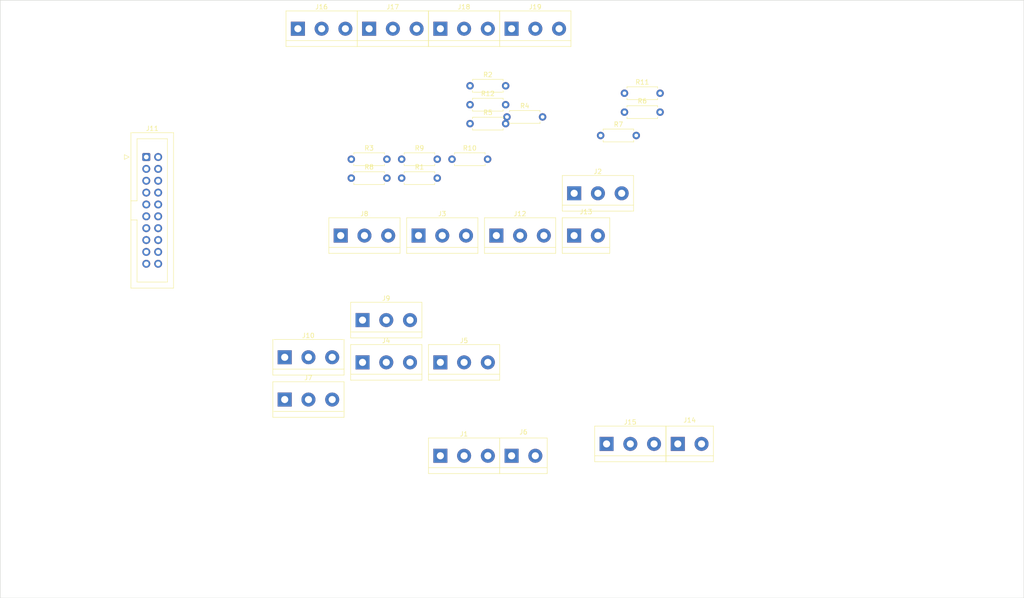
<source format=kicad_pcb>
(kicad_pcb (version 20211014) (generator pcbnew)
  (title_block (title "Control Panel Faceplate IO Breakout Board") (rev "0"))
  (layers (0 "F.Cu" signal) (31 "B.Cu" signal) (34 "B.Paste" user) (35 "F.Paste" user) (36 "B.SilkS" user "B.Silkscreen") (37 "F.SilkS" user "F.Silkscreen") (38 "B.Mask" user) (39 "F.Mask" user) (44 "Edge.Cuts" user))
  (net 0 "")
  (net 1 "/GND")
  (net 2 "/SW_T1")
  (net 3 "/SW_T2")
  (net 4 "/SW_T3")
  (net 5 "/SW_T4")
  (net 6 "/SW_T5")
  (net 7 "/SW_R1")
  (net 8 "/SW_R2")
  (net 9 "/SW_R3")
  (net 10 "/SW_R4")
  (net 11 "/SW_P1")
  (net 12 "/SW_P2")
  (net 13 "/SW_P3")
  (net 14 "/VR_1")
  (net 15 "/VR_2")
  (net 16 "/VR_3")
  (net 17 "/VR_4")
  (net 18 "/VR_5")
  (net 20 "/5V")
  (net 21 "Net-(J16-Pad1)")
  (net 22 "Net-(J16-Pad2)")
  (net 23 "Net-(J16-Pad3)")
  (net 24 "Net-(J17-Pad1)")
  (net 25 "Net-(J17-Pad2)")
  (net 26 "Net-(J17-Pad3)")
  (net 27 "Net-(J18-Pad1)")
  (net 28 "Net-(J18-Pad2)")
  (net 29 "Net-(J18-Pad3)")
  (net 30 "Net-(J19-Pad1)")
  (net 31 "Net-(J19-Pad2)")
  (footprint "TerminalBlock:TerminalBlock_bornier-3_P5.08mm" (layer "F.Cu") (at 106.68 38.1)
    (fp_text reference "J16" (at 5.05 -4.65) (layer "F.SilkS"))
    (fp_text value "Screw_Terminal_01x03")
    (fp_line (start -2.54 3.81) (end 12.7 3.81) (layer "F.SilkS") (width 0.12))
    (fp_line (start -2.54 3.81) (end -2.54 -3.81) (layer "F.SilkS") (width 0.12))
    (fp_line (start 12.7 3.81) (end 12.7 -3.81) (layer "F.SilkS") (width 0.12))
    (fp_line (start -2.54 -3.81) (end 12.7 -3.81) (layer "F.SilkS") (width 0.12))
    (fp_line (start -2.54 2.54) (end 12.7 2.54) (layer "F.SilkS") (width 0.12))
    (pad "1" thru_hole rect (at 0 0) (size 3 3) (drill 1.52) (layers *.Cu *.Mask) (net 21 "Net-(J16-Pad1)"))
    (pad "2" thru_hole circle (at 5.08 0) (size 3 3) (drill 1.52) (layers *.Cu *.Mask) (net 22 "Net-(J16-Pad2)"))
    (pad "3" thru_hole circle (at 10.16 0) (size 3 3) (drill 1.52) (layers *.Cu *.Mask) (net 23 "Net-(J16-Pad3)"))
  )
  (footprint "Resistor_THT:R_Axial_DIN0207_L6.3mm_D2.5mm_P7.62mm_Horizontal" (layer "F.Cu") (at 176.55 55.96)
    (fp_text reference "R6" (at 3.81 -2.37) (layer "F.SilkS"))
    (fp_text value "R_US")
    (fp_line (start 7.08 1.37) (end 7.08 1.04) (layer "F.SilkS") (width 0.12))
    (fp_line (start 0.54 1.37) (end 7.08 1.37) (layer "F.SilkS") (width 0.12))
    (fp_line (start 0.54 1.04) (end 0.54 1.37) (layer "F.SilkS") (width 0.12))
    (fp_line (start 7.08 -1.37) (end 7.08 -1.04) (layer "F.SilkS") (width 0.12))
    (fp_line (start 0.54 -1.04) (end 0.54 -1.37) (layer "F.SilkS") (width 0.12))
    (fp_line (start 0.54 -1.37) (end 7.08 -1.37) (layer "F.SilkS") (width 0.12))
    (pad "1" thru_hole circle (at 0 0) (size 1.6 1.6) (drill 0.8) (layers *.Cu *.Mask) (net 25 "Net-(J17-Pad2)"))
    (pad "2" thru_hole oval (at 7.62 0) (size 1.6 1.6) (drill 0.8) (layers *.Cu *.Mask) (net 26 "Net-(J17-Pad3)"))
  )
  (footprint "TerminalBlock:TerminalBlock_bornier-3_P5.08mm" (layer "F.Cu") (at 120.51 109.54)
    (fp_text reference "J4" (at 5.05 -4.65) (layer "F.SilkS"))
    (fp_text value "Screw_Terminal_01x03")
    (fp_line (start 12.7 3.81) (end 12.7 -3.81) (layer "F.SilkS") (width 0.12))
    (fp_line (start -2.54 2.54) (end 12.7 2.54) (layer "F.SilkS") (width 0.12))
    (fp_line (start -2.54 3.81) (end -2.54 -3.81) (layer "F.SilkS") (width 0.12))
    (fp_line (start -2.54 -3.81) (end 12.7 -3.81) (layer "F.SilkS") (width 0.12))
    (fp_line (start -2.54 3.81) (end 12.7 3.81) (layer "F.SilkS") (width 0.12))
    (pad "1" thru_hole rect (at 0 0) (size 3 3) (drill 1.52) (layers *.Cu *.Mask) (net 1 "/GND"))
    (pad "2" thru_hole circle (at 5.08 0) (size 3 3) (drill 1.52) (layers *.Cu *.Mask) (net 1 "/GND"))
    (pad "3" thru_hole circle (at 10.16 0) (size 3 3) (drill 1.52) (layers *.Cu *.Mask) (net 1 "/GND"))
  )
  (footprint "Connector_IDC:IDC-Header_2x10_P2.54mm_Vertical" (layer "F.Cu") (at 74.2475 65.57)
    (fp_text reference "J11" (at 1.27 -6.1) (layer "F.SilkS"))
    (fp_text value "J_IDC_SW_IN")
    (fp_line (start -1.98 26.77) (end -1.98 13.48) (layer "F.SilkS") (width 0.12))
    (fp_line (start -1.98 9.38) (end -1.98 -3.91) (layer "F.SilkS") (width 0.12))
    (fp_line (start -1.98 13.48) (end -3.29 13.48) (layer "F.SilkS") (width 0.12))
    (fp_line (start 5.83 28.07) (end -3.29 28.07) (layer "F.SilkS") (width 0.12))
    (fp_line (start 5.83 -5.21) (end 5.83 28.07) (layer "F.SilkS") (width 0.12))
    (fp_line (start -3.29 28.07) (end -3.29 -5.21) (layer "F.SilkS") (width 0.12))
    (fp_line (start -1.98 13.48) (end -1.98 13.48) (layer "F.SilkS") (width 0.12))
    (fp_line (start -3.29 9.38) (end -1.98 9.38) (layer "F.SilkS") (width 0.12))
    (fp_line (start 4.52 -3.91) (end 4.52 26.77) (layer "F.SilkS") (width 0.12))
    (fp_line (start 4.52 26.77) (end -1.98 26.77) (layer "F.SilkS") (width 0.12))
    (fp_line (start -3.68 0) (end -4.68 -0.5) (layer "F.SilkS") (width 0.12))
    (fp_line (start -1.98 -3.91) (end 4.52 -3.91) (layer "F.SilkS") (width 0.12))
    (fp_line (start -4.68 0.5) (end -3.68 0) (layer "F.SilkS") (width 0.12))
    (fp_line (start -3.29 -5.21) (end 5.83 -5.21) (layer "F.SilkS") (width 0.12))
    (fp_line (start -4.68 -0.5) (end -4.68 0.5) (layer "F.SilkS") (width 0.12))
    (pad "1" thru_hole roundrect (at 0 0) (size 1.7 1.7) (drill 1) (layers *.Cu *.Mask) (roundrect_rratio 0.147059) (net 2 "/SW_T1"))
    (pad "2" thru_hole circle (at 2.54 0) (size 1.7 1.7) (drill 1) (layers *.Cu *.Mask) (net 3 "/SW_T2"))
    (pad "3" thru_hole circle (at 0 2.54) (size 1.7 1.7) (drill 1) (layers *.Cu *.Mask) (net 4 "/SW_T3"))
    (pad "4" thru_hole circle (at 2.54 2.54) (size 1.7 1.7) (drill 1) (layers *.Cu *.Mask) (net 5 "/SW_T4"))
    (pad "5" thru_hole circle (at 0 5.08) (size 1.7 1.7) (drill 1) (layers *.Cu *.Mask) (net 6 "/SW_T5"))
    (pad "6" thru_hole circle (at 2.54 5.08) (size 1.7 1.7) (drill 1) (layers *.Cu *.Mask) (net 7 "/SW_R1"))
    (pad "7" thru_hole circle (at 0 7.62) (size 1.7 1.7) (drill 1) (layers *.Cu *.Mask) (net 8 "/SW_R2"))
    (pad "8" thru_hole circle (at 2.54 7.62) (size 1.7 1.7) (drill 1) (layers *.Cu *.Mask) (net 9 "/SW_R3"))
    (pad "9" thru_hole circle (at 0 10.16) (size 1.7 1.7) (drill 1) (layers *.Cu *.Mask) (net 10 "/SW_R4"))
    (pad "10" thru_hole circle (at 2.54 10.16) (size 1.7 1.7) (drill 1) (layers *.Cu *.Mask) (net 11 "/SW_P1"))
    (pad "11" thru_hole circle (at 0 12.7) (size 1.7 1.7) (drill 1) (layers *.Cu *.Mask) (net 12 "/SW_P2"))
    (pad "12" thru_hole circle (at 2.54 12.7) (size 1.7 1.7) (drill 1) (layers *.Cu *.Mask) (net 13 "/SW_P3"))
    (pad "13" thru_hole circle (at 0 15.24) (size 1.7 1.7) (drill 1) (layers *.Cu *.Mask) (net 14 "/VR_1"))
    (pad "14" thru_hole circle (at 2.54 15.24) (size 1.7 1.7) (drill 1) (layers *.Cu *.Mask) (net 15 "/VR_2"))
    (pad "15" thru_hole circle (at 0 17.78) (size 1.7 1.7) (drill 1) (layers *.Cu *.Mask) (net 16 "/VR_3"))
    (pad "16" thru_hole circle (at 2.54 17.78) (size 1.7 1.7) (drill 1) (layers *.Cu *.Mask) (net 17 "/VR_4"))
    (pad "17" thru_hole circle (at 0 20.32) (size 1.7 1.7) (drill 1) (layers *.Cu *.Mask) (net 18 "/VR_5"))
    (pad "18" thru_hole circle (at 2.54 20.32) (size 1.7 1.7) (drill 1) (layers *.Cu *.Mask))
    (pad "19" thru_hole circle (at 0 22.86) (size 1.7 1.7) (drill 1) (layers *.Cu *.Mask) (net 20 "/5V"))
    (pad "20" thru_hole circle (at 2.54 22.86) (size 1.7 1.7) (drill 1) (layers *.Cu *.Mask) (net 1 "/GND"))
  )
  (footprint "Resistor_THT:R_Axial_DIN0207_L6.3mm_D2.5mm_P7.62mm_Horizontal" (layer "F.Cu") (at 143.51 54.37)
    (fp_text reference "R12" (at 3.81 -2.37) (layer "F.SilkS"))
    (fp_text value "R_US")
    (fp_line (start 0.54 -1.04) (end 0.54 -1.37) (layer "F.SilkS") (width 0.12))
    (fp_line (start 0.54 1.04) (end 0.54 1.37) (layer "F.SilkS") (width 0.12))
    (fp_line (start 0.54 -1.37) (end 7.08 -1.37) (layer "F.SilkS") (width 0.12))
    (fp_line (start 0.54 1.37) (end 7.08 1.37) (layer "F.SilkS") (width 0.12))
    (fp_line (start 7.08 1.37) (end 7.08 1.04) (layer "F.SilkS") (width 0.12))
    (fp_line (start 7.08 -1.37) (end 7.08 -1.04) (layer "F.SilkS") (width 0.12))
    (pad "1" thru_hole circle (at 0 0) (size 1.6 1.6) (drill 0.8) (layers *.Cu *.Mask) (net 23 "Net-(J16-Pad3)"))
    (pad "2" thru_hole oval (at 7.62 0) (size 1.6 1.6) (drill 0.8) (layers *.Cu *.Mask) (net 24 "Net-(J17-Pad1)"))
  )
  (footprint "Resistor_THT:R_Axial_DIN0207_L6.3mm_D2.5mm_P7.62mm_Horizontal" (layer "F.Cu") (at 176.55 51.91)
    (fp_text reference "R11" (at 3.81 -2.37) (layer "F.SilkS"))
    (fp_text value "R_US")
    (fp_line (start 0.54 -1.37) (end 7.08 -1.37) (layer "F.SilkS") (width 0.12))
    (fp_line (start 7.08 -1.37) (end 7.08 -1.04) (layer "F.SilkS") (width 0.12))
    (fp_line (start 0.54 1.04) (end 0.54 1.37) (layer "F.SilkS") (width 0.12))
    (fp_line (start 7.08 1.37) (end 7.08 1.04) (layer "F.SilkS") (width 0.12))
    (fp_line (start 0.54 1.37) (end 7.08 1.37) (layer "F.SilkS") (width 0.12))
    (fp_line (start 0.54 -1.04) (end 0.54 -1.37) (layer "F.SilkS") (width 0.12))
    (pad "1" thru_hole circle (at 0 0) (size 1.6 1.6) (drill 0.8) (layers *.Cu *.Mask) (net 22 "Net-(J16-Pad2)"))
    (pad "2" thru_hole oval (at 7.62 0) (size 1.6 1.6) (drill 0.8) (layers *.Cu *.Mask) (net 23 "Net-(J16-Pad3)"))
  )
  (footprint "Resistor_THT:R_Axial_DIN0207_L6.3mm_D2.5mm_P7.62mm_Horizontal" (layer "F.Cu") (at 118.11 70.09)
    (fp_text reference "R8" (at 3.81 -2.37) (layer "F.SilkS"))
    (fp_text value "R_US")
    (fp_line (start 0.54 1.04) (end 0.54 1.37) (layer "F.SilkS") (width 0.12))
    (fp_line (start 0.54 1.37) (end 7.08 1.37) (layer "F.SilkS") (width 0.12))
    (fp_line (start 0.54 -1.04) (end 0.54 -1.37) (layer "F.SilkS") (width 0.12))
    (fp_line (start 7.08 -1.37) (end 7.08 -1.04) (layer "F.SilkS") (width 0.12))
    (fp_line (start 7.08 1.37) (end 7.08 1.04) (layer "F.SilkS") (width 0.12))
    (fp_line (start 0.54 -1.37) (end 7.08 -1.37) (layer "F.SilkS") (width 0.12))
    (pad "1" thru_hole circle (at 0 0) (size 1.6 1.6) (drill 0.8) (layers *.Cu *.Mask) (net 27 "Net-(J18-Pad1)"))
    (pad "2" thru_hole oval (at 7.62 0) (size 1.6 1.6) (drill 0.8) (layers *.Cu *.Mask) (net 28 "Net-(J18-Pad2)"))
  )
  (footprint "Resistor_THT:R_Axial_DIN0207_L6.3mm_D2.5mm_P7.62mm_Horizontal" (layer "F.Cu") (at 128.88 66.04)
    (fp_text reference "R9" (at 3.81 -2.37) (layer "F.SilkS"))
    (fp_text value "R_US")
    (fp_line (start 7.08 1.37) (end 7.08 1.04) (layer "F.SilkS") (width 0.12))
    (fp_line (start 0.54 1.37) (end 7.08 1.37) (layer "F.SilkS") (width 0.12))
    (fp_line (start 0.54 -1.04) (end 0.54 -1.37) (layer "F.SilkS") (width 0.12))
    (fp_line (start 0.54 1.04) (end 0.54 1.37) (layer "F.SilkS") (width 0.12))
    (fp_line (start 0.54 -1.37) (end 7.08 -1.37) (layer "F.SilkS") (width 0.12))
    (fp_line (start 7.08 -1.37) (end 7.08 -1.04) (layer "F.SilkS") (width 0.12))
    (pad "1" thru_hole circle (at 0 0) (size 1.6 1.6) (drill 0.8) (layers *.Cu *.Mask) (net 20 "/5V"))
    (pad "2" thru_hole oval (at 7.62 0) (size 1.6 1.6) (drill 0.8) (layers *.Cu *.Mask) (net 21 "Net-(J16-Pad1)"))
  )
  (footprint "TerminalBlock:TerminalBlock_bornier-2_P5.08mm" (layer "F.Cu") (at 152.4 129.54)
    (fp_text reference "J6" (at 2.54 -5.08) (layer "F.SilkS"))
    (fp_text value "Screw_Terminal_01x02")
    (fp_line (start 7.62 2.54) (end -2.54 2.54) (layer "F.SilkS") (width 0.12))
    (fp_line (start 7.62 -3.81) (end -2.54 -3.81) (layer "F.SilkS") (width 0.12))
    (fp_line (start -2.54 3.81) (end 7.62 3.81) (layer "F.SilkS") (width 0.12))
    (fp_line (start -2.54 -3.81) (end -2.54 3.81) (layer "F.SilkS") (width 0.12))
    (fp_line (start 7.62 3.81) (end 7.62 -3.81) (layer "F.SilkS") (width 0.12))
    (pad "1" thru_hole rect (at 0 0) (size 3 3) (drill 1.52) (layers *.Cu *.Mask) (net 1 "/GND"))
    (pad "2" thru_hole circle (at 5.08 0) (size 3 3) (drill 1.52) (layers *.Cu *.Mask) (net 1 "/GND"))
  )
  (footprint "Resistor_THT:R_Axial_DIN0207_L6.3mm_D2.5mm_P7.62mm_Horizontal" (layer "F.Cu") (at 118.11 66.04)
    (fp_text reference "R3" (at 3.81 -2.37) (layer "F.SilkS"))
    (fp_text value "R_US")
    (fp_line (start 7.08 -1.37) (end 7.08 -1.04) (layer "F.SilkS") (width 0.12))
    (fp_line (start 0.54 -1.04) (end 0.54 -1.37) (layer "F.SilkS") (width 0.12))
    (fp_line (start 0.54 1.37) (end 7.08 1.37) (layer "F.SilkS") (width 0.12))
    (fp_line (start 0.54 -1.37) (end 7.08 -1.37) (layer "F.SilkS") (width 0.12))
    (fp_line (start 7.08 1.37) (end 7.08 1.04) (layer "F.SilkS") (width 0.12))
    (fp_line (start 0.54 1.04) (end 0.54 1.37) (layer "F.SilkS") (width 0.12))
    (pad "1" thru_hole circle (at 0 0) (size 1.6 1.6) (drill 0.8) (layers *.Cu *.Mask) (net 30 "Net-(J19-Pad1)"))
    (pad "2" thru_hole oval (at 7.62 0) (size 1.6 1.6) (drill 0.8) (layers *.Cu *.Mask) (net 31 "Net-(J19-Pad2)"))
  )
  (footprint "TerminalBlock:TerminalBlock_bornier-3_P5.08mm" (layer "F.Cu") (at 132.49 82.39)
    (fp_text reference "J3" (at 5.05 -4.65) (layer "F.SilkS"))
    (fp_text value "Screw_Terminal_01x03")
    (fp_line (start 12.7 3.81) (end 12.7 -3.81) (layer "F.SilkS") (width 0.12))
    (fp_line (start -2.54 -3.81) (end 12.7 -3.81) (layer "F.SilkS") (width 0.12))
    (fp_line (start -2.54 3.81) (end -2.54 -3.81) (layer "F.SilkS") (width 0.12))
    (fp_line (start -2.54 3.81) (end 12.7 3.81) (layer "F.SilkS") (width 0.12))
    (fp_line (start -2.54 2.54) (end 12.7 2.54) (layer "F.SilkS") (width 0.12))
    (pad "1" thru_hole rect (at 0 0) (size 3 3) (drill 1.52) (layers *.Cu *.Mask) (net 1 "/GND"))
    (pad "2" thru_hole circle (at 5.08 0) (size 3 3) (drill 1.52) (layers *.Cu *.Mask) (net 1 "/GND"))
    (pad "3" thru_hole circle (at 10.16 0) (size 3 3) (drill 1.52) (layers *.Cu *.Mask) (net 1 "/GND"))
  )
  (footprint "TerminalBlock:TerminalBlock_bornier-2_P5.08mm" (layer "F.Cu") (at 187.96 127)
    (fp_text reference "J14" (at 2.54 -5.08) (layer "F.SilkS"))
    (fp_text value "Screw_Terminal_01x02")
    (fp_line (start 7.62 -3.81) (end -2.54 -3.81) (layer "F.SilkS") (width 0.12))
    (fp_line (start 7.62 2.54) (end -2.54 2.54) (layer "F.SilkS") (width 0.12))
    (fp_line (start 7.62 3.81) (end 7.62 -3.81) (layer "F.SilkS") (width 0.12))
    (fp_line (start -2.54 -3.81) (end -2.54 3.81) (layer "F.SilkS") (width 0.12))
    (fp_line (start -2.54 3.81) (end 7.62 3.81) (layer "F.SilkS") (width 0.12))
    (pad "1" thru_hole rect (at 0 0) (size 3 3) (drill 1.52) (layers *.Cu *.Mask) (net 20 "/5V"))
    (pad "2" thru_hole circle (at 5.08 0) (size 3 3) (drill 1.52) (layers *.Cu *.Mask) (net 20 "/5V"))
  )
  (footprint "TerminalBlock:TerminalBlock_bornier-3_P5.08mm" (layer "F.Cu") (at 165.79 73.34)
    (fp_text reference "J2" (at 5.05 -4.65) (layer "F.SilkS"))
    (fp_text value "Screw_Terminal_01x03")
    (fp_line (start -2.54 -3.81) (end 12.7 -3.81) (layer "F.SilkS") (width 0.12))
    (fp_line (start -2.54 3.81) (end 12.7 3.81) (layer "F.SilkS") (width 0.12))
    (fp_line (start 12.7 3.81) (end 12.7 -3.81) (layer "F.SilkS") (width 0.12))
    (fp_line (start -2.54 2.54) (end 12.7 2.54) (layer "F.SilkS") (width 0.12))
    (fp_line (start -2.54 3.81) (end -2.54 -3.81) (layer "F.SilkS") (width 0.12))
    (pad "1" thru_hole rect (at 0 0) (size 3 3) (drill 1.52) (layers *.Cu *.Mask) (net 1 "/GND"))
    (pad "2" thru_hole circle (at 5.08 0) (size 3 3) (drill 1.52) (layers *.Cu *.Mask) (net 1 "/GND"))
    (pad "3" thru_hole circle (at 10.16 0) (size 3 3) (drill 1.52) (layers *.Cu *.Mask) (net 1 "/GND"))
  )
  (footprint "TerminalBlock:TerminalBlock_bornier-3_P5.08mm" (layer "F.Cu") (at 115.84 82.39)
    (fp_text reference "J8" (at 5.05 -4.65) (layer "F.SilkS"))
    (fp_text value "Screw_Terminal_01x03")
    (fp_line (start -2.54 3.81) (end 12.7 3.81) (layer "F.SilkS") (width 0.12))
    (fp_line (start -2.54 2.54) (end 12.7 2.54) (layer "F.SilkS") (width 0.12))
    (fp_line (start 12.7 3.81) (end 12.7 -3.81) (layer "F.SilkS") (width 0.12))
    (fp_line (start -2.54 3.81) (end -2.54 -3.81) (layer "F.SilkS") (width 0.12))
    (fp_line (start -2.54 -3.81) (end 12.7 -3.81) (layer "F.SilkS") (width 0.12))
    (pad "1" thru_hole rect (at 0 0) (size 3 3) (drill 1.52) (layers *.Cu *.Mask) (net 5 "/SW_T4"))
    (pad "2" thru_hole circle (at 5.08 0) (size 3 3) (drill 1.52) (layers *.Cu *.Mask) (net 6 "/SW_T5"))
    (pad "3" thru_hole circle (at 10.16 0) (size 3 3) (drill 1.52) (layers *.Cu *.Mask) (net 7 "/SW_R1"))
  )
  (footprint "TerminalBlock:TerminalBlock_bornier-3_P5.08mm" (layer "F.Cu") (at 120.51 100.49)
    (fp_text reference "J9" (at 5.05 -4.65) (layer "F.SilkS"))
    (fp_text value "Screw_Terminal_01x03")
    (fp_line (start -2.54 3.81) (end 12.7 3.81) (layer "F.SilkS") (width 0.12))
    (fp_line (start -2.54 3.81) (end -2.54 -3.81) (layer "F.SilkS") (width 0.12))
    (fp_line (start 12.7 3.81) (end 12.7 -3.81) (layer "F.SilkS") (width 0.12))
    (fp_line (start -2.54 2.54) (end 12.7 2.54) (layer "F.SilkS") (width 0.12))
    (fp_line (start -2.54 -3.81) (end 12.7 -3.81) (layer "F.SilkS") (width 0.12))
    (pad "1" thru_hole rect (at 0 0) (size 3 3) (drill 1.52) (layers *.Cu *.Mask) (net 8 "/SW_R2"))
    (pad "2" thru_hole circle (at 5.08 0) (size 3 3) (drill 1.52) (layers *.Cu *.Mask) (net 9 "/SW_R3"))
    (pad "3" thru_hole circle (at 10.16 0) (size 3 3) (drill 1.52) (layers *.Cu *.Mask) (net 10 "/SW_R4"))
  )
  (footprint "Resistor_THT:R_Axial_DIN0207_L6.3mm_D2.5mm_P7.62mm_Horizontal" (layer "F.Cu") (at 151.41 56.99)
    (fp_text reference "R4" (at 3.81 -2.37) (layer "F.SilkS"))
    (fp_text value "R_US")
    (fp_line (start 0.54 -1.37) (end 7.08 -1.37) (layer "F.SilkS") (width 0.12))
    (fp_line (start 7.08 -1.37) (end 7.08 -1.04) (layer "F.SilkS") (width 0.12))
    (fp_line (start 7.08 1.37) (end 7.08 1.04) (layer "F.SilkS") (width 0.12))
    (fp_line (start 0.54 -1.04) (end 0.54 -1.37) (layer "F.SilkS") (width 0.12))
    (fp_line (start 0.54 1.37) (end 7.08 1.37) (layer "F.SilkS") (width 0.12))
    (fp_line (start 0.54 1.04) (end 0.54 1.37) (layer "F.SilkS") (width 0.12))
    (pad "1" thru_hole circle (at 0 0) (size 1.6 1.6) (drill 0.8) (layers *.Cu *.Mask) (net 31 "Net-(J19-Pad2)"))
    (pad "2" thru_hole oval (at 7.62 0) (size 1.6 1.6) (drill 0.8) (layers *.Cu *.Mask) (net 1 "/GND"))
  )
  (footprint "Resistor_THT:R_Axial_DIN0207_L6.3mm_D2.5mm_P7.62mm_Horizontal" (layer "F.Cu") (at 139.65 66.04)
    (fp_text reference "R10" (at 3.81 -2.37) (layer "F.SilkS"))
    (fp_text value "R_US")
    (fp_line (start 7.08 -1.37) (end 7.08 -1.04) (layer "F.SilkS") (width 0.12))
    (fp_line (start 0.54 -1.37) (end 7.08 -1.37) (layer "F.SilkS") (width 0.12))
    (fp_line (start 0.54 1.37) (end 7.08 1.37) (layer "F.SilkS") (width 0.12))
    (fp_line (start 7.08 1.37) (end 7.08 1.04) (layer "F.SilkS") (width 0.12))
    (fp_line (start 0.54 1.04) (end 0.54 1.37) (layer "F.SilkS") (width 0.12))
    (fp_line (start 0.54 -1.04) (end 0.54 -1.37) (layer "F.SilkS") (width 0.12))
    (pad "1" thru_hole circle (at 0 0) (size 1.6 1.6) (drill 0.8) (layers *.Cu *.Mask) (net 21 "Net-(J16-Pad1)"))
    (pad "2" thru_hole oval (at 7.62 0) (size 1.6 1.6) (drill 0.8) (layers *.Cu *.Mask) (net 22 "Net-(J16-Pad2)"))
  )
  (footprint "TerminalBlock:TerminalBlock_bornier-3_P5.08mm" (layer "F.Cu") (at 121.92 38.1)
    (fp_text reference "J17" (at 5.05 -4.65) (layer "F.SilkS"))
    (fp_text value "Screw_Terminal_01x03")
    (fp_line (start 12.7 3.81) (end 12.7 -3.81) (layer "F.SilkS") (width 0.12))
    (fp_line (start -2.54 3.81) (end -2.54 -3.81) (layer "F.SilkS") (width 0.12))
    (fp_line (start -2.54 2.54) (end 12.7 2.54) (layer "F.SilkS") (width 0.12))
    (fp_line (start -2.54 -3.81) (end 12.7 -3.81) (layer "F.SilkS") (width 0.12))
    (fp_line (start -2.54 3.81) (end 12.7 3.81) (layer "F.SilkS") (width 0.12))
    (pad "1" thru_hole rect (at 0 0) (size 3 3) (drill 1.52) (layers *.Cu *.Mask) (net 24 "Net-(J17-Pad1)"))
    (pad "2" thru_hole circle (at 5.08 0) (size 3 3) (drill 1.52) (layers *.Cu *.Mask) (net 25 "Net-(J17-Pad2)"))
    (pad "3" thru_hole circle (at 10.16 0) (size 3 3) (drill 1.52) (layers *.Cu *.Mask) (net 26 "Net-(J17-Pad3)"))
  )
  (footprint "TerminalBlock:TerminalBlock_bornier-3_P5.08mm" (layer "F.Cu") (at 172.72 127)
    (fp_text reference "J15" (at 5.05 -4.65) (layer "F.SilkS"))
    (fp_text value "Screw_Terminal_01x03")
    (fp_line (start -2.54 3.81) (end -2.54 -3.81) (layer "F.SilkS") (width 0.12))
    (fp_line (start 12.7 3.81) (end 12.7 -3.81) (layer "F.SilkS") (width 0.12))
    (fp_line (start -2.54 -3.81) (end 12.7 -3.81) (layer "F.SilkS") (width 0.12))
    (fp_line (start -2.54 2.54) (end 12.7 2.54) (layer "F.SilkS") (width 0.12))
    (fp_line (start -2.54 3.81) (end 12.7 3.81) (layer "F.SilkS") (width 0.12))
    (pad "1" thru_hole rect (at 0 0) (size 3 3) (drill 1.52) (layers *.Cu *.Mask) (net 20 "/5V"))
    (pad "2" thru_hole circle (at 5.08 0) (size 3 3) (drill 1.52) (layers *.Cu *.Mask) (net 20 "/5V"))
    (pad "3" thru_hole circle (at 10.16 0) (size 3 3) (drill 1.52) (layers *.Cu *.Mask) (net 20 "/5V"))
  )
  (footprint "TerminalBlock:TerminalBlock_bornier-3_P5.08mm" (layer "F.Cu") (at 137.16 109.54)
    (fp_text reference "J5" (at 5.05 -4.65) (layer "F.SilkS"))
    (fp_text value "Screw_Terminal_01x03")
    (fp_line (start -2.54 3.81) (end 12.7 3.81) (layer "F.SilkS") (width 0.12))
    (fp_line (start -2.54 3.81) (end -2.54 -3.81) (layer "F.SilkS") (width 0.12))
    (fp_line (start -2.54 2.54) (end 12.7 2.54) (layer "F.SilkS") (width 0.12))
    (fp_line (start -2.54 -3.81) (end 12.7 -3.81) (layer "F.SilkS") (width 0.12))
    (fp_line (start 12.7 3.81) (end 12.7 -3.81) (layer "F.SilkS") (width 0.12))
    (pad "1" thru_hole rect (at 0 0) (size 3 3) (drill 1.52) (layers *.Cu *.Mask) (net 1 "/GND"))
    (pad "2" thru_hole circle (at 5.08 0) (size 3 3) (drill 1.52) (layers *.Cu *.Mask) (net 1 "/GND"))
    (pad "3" thru_hole circle (at 10.16 0) (size 3 3) (drill 1.52) (layers *.Cu *.Mask) (net 1 "/GND"))
  )
  (footprint "TerminalBlock:TerminalBlock_bornier-3_P5.08mm" (layer "F.Cu") (at 103.86 117.5)
    (fp_text reference "J7" (at 5.05 -4.65) (layer "F.SilkS"))
    (fp_text value "Screw_Terminal_01x03")
    (fp_line (start -2.54 2.54) (end 12.7 2.54) (layer "F.SilkS") (width 0.12))
    (fp_line (start 12.7 3.81) (end 12.7 -3.81) (layer "F.SilkS") (width 0.12))
    (fp_line (start -2.54 3.81) (end -2.54 -3.81) (layer "F.SilkS") (width 0.12))
    (fp_line (start -2.54 3.81) (end 12.7 3.81) (layer "F.SilkS") (width 0.12))
    (fp_line (start -2.54 -3.81) (end 12.7 -3.81) (layer "F.SilkS") (width 0.12))
    (pad "1" thru_hole rect (at 0 0) (size 3 3) (drill 1.52) (layers *.Cu *.Mask) (net 2 "/SW_T1"))
    (pad "2" thru_hole circle (at 5.08 0) (size 3 3) (drill 1.52) (layers *.Cu *.Mask) (net 3 "/SW_T2"))
    (pad "3" thru_hole circle (at 10.16 0) (size 3 3) (drill 1.52) (layers *.Cu *.Mask) (net 4 "/SW_T3"))
  )
  (footprint "TerminalBlock:TerminalBlock_bornier-2_P5.08mm" (layer "F.Cu") (at 165.78 82.39)
    (fp_text reference "J13" (at 2.54 -5.08) (layer "F.SilkS"))
    (fp_text value "Screw_Terminal_01x02")
    (fp_line (start 7.62 2.54) (end -2.54 2.54) (layer "F.SilkS") (width 0.12))
    (fp_line (start 7.62 3.81) (end 7.62 -3.81) (layer "F.SilkS") (width 0.12))
    (fp_line (start -2.54 3.81) (end 7.62 3.81) (layer "F.SilkS") (width 0.12))
    (fp_line (start -2.54 -3.81) (end -2.54 3.81) (layer "F.SilkS") (width 0.12))
    (fp_line (start 7.62 -3.81) (end -2.54 -3.81) (layer "F.SilkS") (width 0.12))
    (pad "1" thru_hole rect (at 0 0) (size 3 3) (drill 1.52) (layers *.Cu *.Mask) (net 15 "/VR_2"))
    (pad "2" thru_hole circle (at 5.08 0) (size 3 3) (drill 1.52) (layers *.Cu *.Mask) (net 14 "/VR_1"))
  )
  (footprint "TerminalBlock:TerminalBlock_bornier-3_P5.08mm" (layer "F.Cu") (at 149.14 82.39)
    (fp_text reference "J12" (at 5.05 -4.65) (layer "F.SilkS"))
    (fp_text value "Screw_Terminal_01x03")
    (fp_line (start -2.54 2.54) (end 12.7 2.54) (layer "F.SilkS") (width 0.12))
    (fp_line (start -2.54 3.81) (end -2.54 -3.81) (layer "F.SilkS") (width 0.12))
    (fp_line (start -2.54 3.81) (end 12.7 3.81) (layer "F.SilkS") (width 0.12))
    (fp_line (start -2.54 -3.81) (end 12.7 -3.81) (layer "F.SilkS") (width 0.12))
    (fp_line (start 12.7 3.81) (end 12.7 -3.81) (layer "F.SilkS") (width 0.12))
    (pad "1" thru_hole rect (at 0 0) (size 3 3) (drill 1.52) (layers *.Cu *.Mask) (net 18 "/VR_5"))
    (pad "2" thru_hole circle (at 5.08 0) (size 3 3) (drill 1.52) (layers *.Cu *.Mask) (net 17 "/VR_4"))
    (pad "3" thru_hole circle (at 10.16 0) (size 3 3) (drill 1.52) (layers *.Cu *.Mask) (net 16 "/VR_3"))
  )
  (footprint "TerminalBlock:TerminalBlock_bornier-3_P5.08mm" (layer "F.Cu") (at 103.86 108.45)
    (fp_text reference "J10" (at 5.05 -4.65) (layer "F.SilkS"))
    (fp_text value "Screw_Terminal_01x03")
    (fp_line (start -2.54 2.54) (end 12.7 2.54) (layer "F.SilkS") (width 0.12))
    (fp_line (start 12.7 3.81) (end 12.7 -3.81) (layer "F.SilkS") (width 0.12))
    (fp_line (start -2.54 3.81) (end 12.7 3.81) (layer "F.SilkS") (width 0.12))
    (fp_line (start -2.54 3.81) (end -2.54 -3.81) (layer "F.SilkS") (width 0.12))
    (fp_line (start -2.54 -3.81) (end 12.7 -3.81) (layer "F.SilkS") (width 0.12))
    (pad "1" thru_hole rect (at 0 0) (size 3 3) (drill 1.52) (layers *.Cu *.Mask) (net 11 "/SW_P1"))
    (pad "2" thru_hole circle (at 5.08 0) (size 3 3) (drill 1.52) (layers *.Cu *.Mask) (net 12 "/SW_P2"))
    (pad "3" thru_hole circle (at 10.16 0) (size 3 3) (drill 1.52) (layers *.Cu *.Mask) (net 13 "/SW_P3"))
  )
  (footprint "TerminalBlock:TerminalBlock_bornier-3_P5.08mm" (layer "F.Cu") (at 137.16 38.1)
    (fp_text reference "J18" (at 5.05 -4.65) (layer "F.SilkS"))
    (fp_text value "Screw_Terminal_01x03")
    (fp_line (start -2.54 3.81) (end 12.7 3.81) (layer "F.SilkS") (width 0.12))
    (fp_line (start -2.54 3.81) (end -2.54 -3.81) (layer "F.SilkS") (width 0.12))
    (fp_line (start -2.54 2.54) (end 12.7 2.54) (layer "F.SilkS") (width 0.12))
    (fp_line (start -2.54 -3.81) (end 12.7 -3.81) (layer "F.SilkS") (width 0.12))
    (fp_line (start 12.7 3.81) (end 12.7 -3.81) (layer "F.SilkS") (width 0.12))
    (pad "1" thru_hole rect (at 0 0) (size 3 3) (drill 1.52) (layers *.Cu *.Mask) (net 27 "Net-(J18-Pad1)"))
    (pad "2" thru_hole circle (at 5.08 0) (size 3 3) (drill 1.52) (layers *.Cu *.Mask) (net 28 "Net-(J18-Pad2)"))
    (pad "3" thru_hole circle (at 10.16 0) (size 3 3) (drill 1.52) (layers *.Cu *.Mask) (net 29 "Net-(J18-Pad3)"))
  )
  (footprint "Resistor_THT:R_Axial_DIN0207_L6.3mm_D2.5mm_P7.62mm_Horizontal" (layer "F.Cu") (at 128.88 70.09)
    (fp_text reference "R1" (at 3.81 -2.37) (layer "F.SilkS"))
    (fp_text value "R_US")
    (fp_line (start 0.54 -1.37) (end 7.08 -1.37) (layer "F.SilkS") (width 0.12))
    (fp_line (start 0.54 1.04) (end 0.54 1.37) (layer "F.SilkS") (width 0.12))
    (fp_line (start 7.08 1.37) (end 7.08 1.04) (layer "F.SilkS") (width 0.12))
    (fp_line (start 7.08 -1.37) (end 7.08 -1.04) (layer "F.SilkS") (width 0.12))
    (fp_line (start 0.54 1.37) (end 7.08 1.37) (layer "F.SilkS") (width 0.12))
    (fp_line (start 0.54 -1.04) (end 0.54 -1.37) (layer "F.SilkS") (width 0.12))
    (pad "1" thru_hole circle (at 0 0) (size 1.6 1.6) (drill 0.8) (layers *.Cu *.Mask) (net 28 "Net-(J18-Pad2)"))
    (pad "2" thru_hole oval (at 7.62 0) (size 1.6 1.6) (drill 0.8) (layers *.Cu *.Mask) (net 29 "Net-(J18-Pad3)"))
  )
  (footprint "Resistor_THT:R_Axial_DIN0207_L6.3mm_D2.5mm_P7.62mm_Horizontal" (layer "F.Cu") (at 143.51 58.42)
    (fp_text reference "R5" (at 3.81 -2.37) (layer "F.SilkS"))
    (fp_text value "R_US")
    (fp_line (start 0.54 1.04) (end 0.54 1.37) (layer "F.SilkS") (width 0.12))
    (fp_line (start 0.54 -1.04) (end 0.54 -1.37) (layer "F.SilkS") (width 0.12))
    (fp_line (start 0.54 -1.37) (end 7.08 -1.37) (layer "F.SilkS") (width 0.12))
    (fp_line (start 7.08 1.37) (end 7.08 1.04) (layer "F.SilkS") (width 0.12))
    (fp_line (start 0.54 1.37) (end 7.08 1.37) (layer "F.SilkS") (width 0.12))
    (fp_line (start 7.08 -1.37) (end 7.08 -1.04) (layer "F.SilkS") (width 0.12))
    (pad "1" thru_hole circle (at 0 0) (size 1.6 1.6) (drill 0.8) (layers *.Cu *.Mask) (net 24 "Net-(J17-Pad1)"))
    (pad "2" thru_hole oval (at 7.62 0) (size 1.6 1.6) (drill 0.8) (layers *.Cu *.Mask) (net 25 "Net-(J17-Pad2)"))
  )
  (footprint "TerminalBlock:TerminalBlock_bornier-3_P5.08mm" (layer "F.Cu") (at 152.4 38.1)
    (fp_text reference "J19" (at 5.05 -4.65) (layer "F.SilkS"))
    (fp_text value "Screw_Terminal_01x03")
    (fp_line (start -2.54 2.54) (end 12.7 2.54) (layer "F.SilkS") (width 0.12))
    (fp_line (start -2.54 3.81) (end -2.54 -3.81) (layer "F.SilkS") (width 0.12))
    (fp_line (start 12.7 3.81) (end 12.7 -3.81) (layer "F.SilkS") (width 0.12))
    (fp_line (start -2.54 -3.81) (end 12.7 -3.81) (layer "F.SilkS") (width 0.12))
    (fp_line (start -2.54 3.81) (end 12.7 3.81) (layer "F.SilkS") (width 0.12))
    (pad "1" thru_hole rect (at 0 0) (size 3 3) (drill 1.52) (layers *.Cu *.Mask) (net 30 "Net-(J19-Pad1)"))
    (pad "2" thru_hole circle (at 5.08 0) (size 3 3) (drill 1.52) (layers *.Cu *.Mask) (net 31 "Net-(J19-Pad2)"))
    (pad "3" thru_hole circle (at 10.16 0) (size 3 3) (drill 1.52) (layers *.Cu *.Mask) (net 1 "/GND"))
  )
  (footprint "TerminalBlock:TerminalBlock_bornier-3_P5.08mm" (layer "F.Cu") (at 137.16 129.54)
    (fp_text reference "J1" (at 5.05 -4.65) (layer "F.SilkS"))
    (fp_text value "Screw_Terminal_01x03")
    (fp_line (start 12.7 3.81) (end 12.7 -3.81) (layer "F.SilkS") (width 0.12))
    (fp_line (start -2.54 2.54) (end 12.7 2.54) (layer "F.SilkS") (width 0.12))
    (fp_line (start -2.54 -3.81) (end 12.7 -3.81) (layer "F.SilkS") (width 0.12))
    (fp_line (start -2.54 3.81) (end -2.54 -3.81) (layer "F.SilkS") (width 0.12))
    (fp_line (start -2.54 3.81) (end 12.7 3.81) (layer "F.SilkS") (width 0.12))
    (pad "1" thru_hole rect (at 0 0) (size 3 3) (drill 1.52) (layers *.Cu *.Mask) (net 1 "/GND"))
    (pad "2" thru_hole circle (at 5.08 0) (size 3 3) (drill 1.52) (layers *.Cu *.Mask) (net 1 "/GND"))
    (pad "3" thru_hole circle (at 10.16 0) (size 3 3) (drill 1.52) (layers *.Cu *.Mask) (net 1 "/GND"))
  )
  (footprint "Resistor_THT:R_Axial_DIN0207_L6.3mm_D2.5mm_P7.62mm_Horizontal" (layer "F.Cu") (at 171.45 60.96)
    (fp_text reference "R7" (at 3.81 -2.37) (layer "F.SilkS"))
    (fp_text value "R_US")
    (fp_line (start 7.08 -1.37) (end 7.08 -1.04) (layer "F.SilkS") (width 0.12))
    (fp_line (start 7.08 1.37) (end 7.08 1.04) (layer "F.SilkS") (width 0.12))
    (fp_line (start 0.54 -1.04) (end 0.54 -1.37) (layer "F.SilkS") (width 0.12))
    (fp_line (start 0.54 -1.37) (end 7.08 -1.37) (layer "F.SilkS") (width 0.12))
    (fp_line (start 0.54 1.37) (end 7.08 1.37) (layer "F.SilkS") (width 0.12))
    (fp_line (start 0.54 1.04) (end 0.54 1.37) (layer "F.SilkS") (width 0.12))
    (pad "1" thru_hole circle (at 0 0) (size 1.6 1.6) (drill 0.8) (layers *.Cu *.Mask) (net 26 "Net-(J17-Pad3)"))
    (pad "2" thru_hole oval (at 7.62 0) (size 1.6 1.6) (drill 0.8) (layers *.Cu *.Mask) (net 27 "Net-(J18-Pad1)"))
  )
  (footprint "Resistor_THT:R_Axial_DIN0207_L6.3mm_D2.5mm_P7.62mm_Horizontal" (layer "F.Cu") (at 143.51 50.32)
    (fp_text reference "R2" (at 3.81 -2.37) (layer "F.SilkS"))
    (fp_text value "R_US")
    (fp_line (start 7.08 1.37) (end 7.08 1.04) (layer "F.SilkS") (width 0.12))
    (fp_line (start 7.08 -1.37) (end 7.08 -1.04) (layer "F.SilkS") (width 0.12))
    (fp_line (start 0.54 -1.04) (end 0.54 -1.37) (layer "F.SilkS") (width 0.12))
    (fp_line (start 0.54 -1.37) (end 7.08 -1.37) (layer "F.SilkS") (width 0.12))
    (fp_line (start 0.54 1.04) (end 0.54 1.37) (layer "F.SilkS") (width 0.12))
    (fp_line (start 0.54 1.37) (end 7.08 1.37) (layer "F.SilkS") (width 0.12))
    (pad "1" thru_hole circle (at 0 0) (size 1.6 1.6) (drill 0.8) (layers *.Cu *.Mask) (net 29 "Net-(J18-Pad3)"))
    (pad "2" thru_hole oval (at 7.62 0) (size 1.6 1.6) (drill 0.8) (layers *.Cu *.Mask) (net 30 "Net-(J19-Pad1)"))
  )
  (gr_rect (start 43 32) (end 262 160) (layer "Edge.Cuts") (width 0.1) (fill none))
)
</source>
